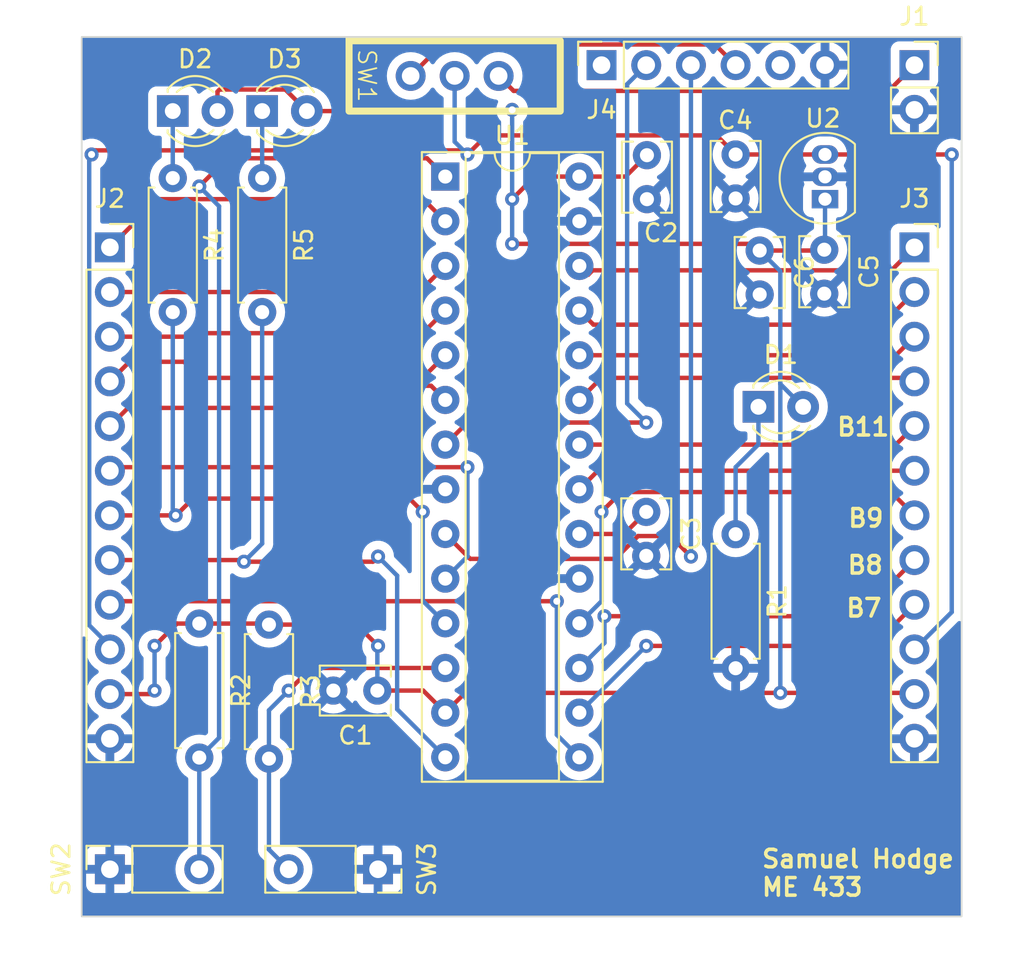
<source format=kicad_pcb>
(kicad_pcb (version 20221018) (generator pcbnew)
  (layers (0 "F.Cu" signal) (31 "B.Cu" signal) (34 "B.Paste" user) (35 "F.Paste" user) (36 "B.SilkS" user "B.Silkscreen") (37 "F.SilkS" user "F.Silkscreen") (38 "B.Mask" user) (39 "F.Mask" user) (44 "Edge.Cuts" user))
  (net 0 "")
  (net 1 "+3.3V")
  (net 2 "GND")
  (net 3 "Net-(U1-VCAP)")
  (net 4 "/VIN")
  (net 5 "Net-(D1-K)")
  (net 6 "Net-(D2-K)")
  (net 7 "Net-(D3-K)")
  (net 8 "Net-(J1-Pin_1)")
  (net 9 "/A0")
  (net 10 "/A1")
  (net 11 "/B0")
  (net 12 "/B1")
  (net 13 "/B2")
  (net 14 "/A3")
  (net 15 "/GREEN")
  (net 16 "/YELLOW")
  (net 17 "/B6")
  (net 18 "/B15")
  (net 19 "/B14")
  (net 20 "/B13")
  (net 21 "/B12")
  (net 22 "/B11")
  (net 23 "/B10")
  (net 24 "/B9")
  (net 25 "/B8")
  (net 26 "/B7")
  (net 28 "/U1TX")
  (net 29 "/U1RX")
  (net 30 "+5V")
  (net 32 "/MCLR")
  (net 33 "/USER")
  (footprint "Resistor_THT:R_Axial_DIN0207_L6.3mm_D2.5mm_P7.62mm_Horizontal" (layer "F.Cu") (at 105.174367 108.02064 -90)
    (fp_text reference "R4" (at 3.81 -2.37 90) (layer "F.SilkS"))
    (fp_text value "330")
    (fp_line (start 0.54 -1.37) (end 7.08 -1.37) (stroke (width 0.12)) (layer "F.SilkS"))
    (fp_line (start 0.54 -1.04) (end 0.54 -1.37) (stroke (width 0.12)) (layer "F.SilkS"))
    (fp_line (start 0.54 1.04) (end 0.54 1.37) (stroke (width 0.12)) (layer "F.SilkS"))
    (fp_line (start 0.54 1.37) (end 7.08 1.37) (stroke (width 0.12)) (layer "F.SilkS"))
    (fp_line (start 7.08 -1.37) (end 7.08 -1.04) (stroke (width 0.12)) (layer "F.SilkS"))
    (fp_line (start 7.08 1.37) (end 7.08 1.04) (stroke (width 0.12)) (layer "F.SilkS"))
    (pad "1" thru_hole circle (at 0 0 270) (size 1.6 1.6) (drill 0.8) (layers "*.Cu" "*.Mask") (net 6 "Net-(D2-K)"))
    (pad "2" thru_hole oval (at 7.62 0 270) (size 1.6 1.6) (drill 0.8) (layers "*.Cu" "*.Mask") (net 15 "/GREEN"))
  )
  (footprint "Capacitor_THT:C_Disc_D3.8mm_W2.6mm_P2.50mm" (layer "F.Cu") (at 137.16 106.68 -90)
    (fp_text reference "C4" (at -1.94498 0.021696 -180) (layer "F.SilkS"))
    (fp_text value "1 uF")
    (fp_line (start -0.77 -1.42) (end -0.77 -0.795) (stroke (width 0.12)) (layer "F.SilkS"))
    (fp_line (start -0.77 -1.42) (end 3.27 -1.42) (stroke (width 0.12)) (layer "F.SilkS"))
    (fp_line (start -0.77 0.795) (end -0.77 1.42) (stroke (width 0.12)) (layer "F.SilkS"))
    (fp_line (start -0.77 1.42) (end 3.27 1.42) (stroke (width 0.12)) (layer "F.SilkS"))
    (fp_line (start 3.27 -1.42) (end 3.27 -0.795) (stroke (width 0.12)) (layer "F.SilkS"))
    (fp_line (start 3.27 0.795) (end 3.27 1.42) (stroke (width 0.12)) (layer "F.SilkS"))
    (pad "1" thru_hole circle (at 0 0 270) (size 1.6 1.6) (drill 0.8) (layers "*.Cu" "*.Mask") (net 4 "/VIN"))
    (pad "2" thru_hole circle (at 2.5 0 270) (size 1.6 1.6) (drill 0.8) (layers "*.Cu" "*.Mask") (net 2 "GND"))
  )
  (footprint "Connector_PinSocket_2.54mm:PinSocket_1x02_P2.54mm_Vertical" (layer "F.Cu") (at 147.32 101.6)
    (fp_text reference "J1" (at 0 -2.77) (layer "F.SilkS"))
    (fp_text value "BATTERY")
    (fp_line (start -1.33 1.27) (end -1.33 3.87) (stroke (width 0.12)) (layer "F.SilkS"))
    (fp_line (start -1.33 1.27) (end 1.33 1.27) (stroke (width 0.12)) (layer "F.SilkS"))
    (fp_line (start -1.33 3.87) (end 1.33 3.87) (stroke (width 0.12)) (layer "F.SilkS"))
    (fp_line (start 0 -1.33) (end 1.33 -1.33) (stroke (width 0.12)) (layer "F.SilkS"))
    (fp_line (start 1.33 -1.33) (end 1.33 0) (stroke (width 0.12)) (layer "F.SilkS"))
    (fp_line (start 1.33 1.27) (end 1.33 3.87) (stroke (width 0.12)) (layer "F.SilkS"))
    (pad "1" thru_hole rect (at 0 0) (size 1.7 1.7) (drill 1) (layers "*.Cu" "*.Mask") (net 8 "Net-(J1-Pin_1)"))
    (pad "2" thru_hole oval (at 0 2.54) (size 1.7 1.7) (drill 1) (layers "*.Cu" "*.Mask") (net 2 "GND"))
  )
  (footprint "Package_TO_SOT_THT:TO-92L_Inline" (layer "F.Cu") (at 142.24 109.22 90)
    (fp_text reference "U2" (at 4.588908 -0.119622 180) (layer "F.SilkS"))
    (fp_text value "AP7384-33V")
    (fp_line (start -0.75 1.7) (end 3.1 1.7) (stroke (width 0.12)) (layer "F.SilkS"))
    (fp_arc (start -0.75 1.7) (mid 1.183448 -2.579449) (end 3.138611 1.690122) (stroke (width 0.12)) (layer "F.SilkS"))
    (pad "1" thru_hole rect (at 0 0 90) (size 1.05 1.5) (drill 0.75) (layers "*.Cu" "*.Mask") (net 1 "+3.3V"))
    (pad "2" thru_hole oval (at 1.27 0 90) (size 1.05 1.5) (drill 0.75) (layers "*.Cu" "*.Mask") (net 2 "GND"))
    (pad "3" thru_hole oval (at 2.54 0 90) (size 1.05 1.5) (drill 0.75) (layers "*.Cu" "*.Mask") (net 4 "/VIN"))
  )
  (footprint "LED_THT:LED_D3.0mm" (layer "F.Cu") (at 138.455683 121.026425)
    (fp_text reference "D1" (at 1.27 -2.96) (layer "F.SilkS"))
    (fp_text value "RED")
    (fp_line (start -0.29 -1.236) (end -0.29 -1.08) (stroke (width 0.12)) (layer "F.SilkS"))
    (fp_line (start -0.29 1.08) (end -0.29 1.236) (stroke (width 0.12)) (layer "F.SilkS"))
    (fp_arc (start -0.29 -1.235516) (mid 1.366487 -1.987659) (end 2.942335 -1.078608) (stroke (width 0.12)) (layer "F.SilkS"))
    (fp_arc (start 0.229039 -1.08) (mid 1.270117 -1.5) (end 2.31113 -1.079837) (stroke (width 0.12)) (layer "F.SilkS"))
    (fp_arc (start 2.31113 1.079837) (mid 1.270117 1.5) (end 0.229039 1.08) (stroke (width 0.12)) (layer "F.SilkS"))
    (fp_arc (start 2.942335 1.078608) (mid 1.366487 1.987659) (end -0.29 1.235516) (stroke (width 0.12)) (layer "F.SilkS"))
    (pad "1" thru_hole rect (at 0 0) (size 1.8 1.8) (drill 0.9) (layers "*.Cu" "*.Mask") (net 5 "Net-(D1-K)"))
    (pad "2" thru_hole circle (at 2.54 0) (size 1.8 1.8) (drill 0.9) (layers "*.Cu" "*.Mask") (net 1 "+3.3V"))
  )
  (footprint "Capacitor_THT:C_Disc_D3.8mm_W2.6mm_P2.50mm" (layer "F.Cu") (at 142.196489 112.093623 -90)
    (fp_text reference "C5" (at 1.25 -2.55 90) (layer "F.SilkS"))
    (fp_text value "1 uF")
    (fp_line (start -0.77 -1.42) (end -0.77 -0.795) (stroke (width 0.12)) (layer "F.SilkS"))
    (fp_line (start -0.77 -1.42) (end 3.27 -1.42) (stroke (width 0.12)) (layer "F.SilkS"))
    (fp_line (start -0.77 0.795) (end -0.77 1.42) (stroke (width 0.12)) (layer "F.SilkS"))
    (fp_line (start -0.77 1.42) (end 3.27 1.42) (stroke (width 0.12)) (layer "F.SilkS"))
    (fp_line (start 3.27 -1.42) (end 3.27 -0.795) (stroke (width 0.12)) (layer "F.SilkS"))
    (fp_line (start 3.27 0.795) (end 3.27 1.42) (stroke (width 0.12)) (layer "F.SilkS"))
    (pad "1" thru_hole circle (at 0 0 270) (size 1.6 1.6) (drill 0.8) (layers "*.Cu" "*.Mask") (net 1 "+3.3V"))
    (pad "2" thru_hole circle (at 2.5 0 270) (size 1.6 1.6) (drill 0.8) (layers "*.Cu" "*.Mask") (net 2 "GND"))
  )
  (footprint "Capacitor_THT:C_Disc_D3.8mm_W2.6mm_P2.50mm" (layer "F.Cu") (at 116.8 137.16 180)
    (fp_text reference "C1" (at 1.25 -2.55) (layer "F.SilkS"))
    (fp_text value "0.1 uF")
    (fp_line (start -0.77 -1.42) (end -0.77 -0.795) (stroke (width 0.12)) (layer "F.SilkS"))
    (fp_line (start -0.77 -1.42) (end 3.27 -1.42) (stroke (width 0.12)) (layer "F.SilkS"))
    (fp_line (start -0.77 0.795) (end -0.77 1.42) (stroke (width 0.12)) (layer "F.SilkS"))
    (fp_line (start -0.77 1.42) (end 3.27 1.42) (stroke (width 0.12)) (layer "F.SilkS"))
    (fp_line (start 3.27 -1.42) (end 3.27 -0.795) (stroke (width 0.12)) (layer "F.SilkS"))
    (fp_line (start 3.27 0.795) (end 3.27 1.42) (stroke (width 0.12)) (layer "F.SilkS"))
    (pad "1" thru_hole circle (at 0 0 180) (size 1.6 1.6) (drill 0.8) (layers "*.Cu" "*.Mask") (net 1 "+3.3V"))
    (pad "2" thru_hole circle (at 2.5 0 180) (size 1.6 1.6) (drill 0.8) (layers "*.Cu" "*.Mask") (net 2 "GND"))
  )
  (footprint "LED_THT:LED_D3.0mm" (layer "F.Cu") (at 110.254367 104.21064)
    (fp_text reference "D3" (at 1.27 -2.96) (layer "F.SilkS"))
    (fp_text value "YELLOW")
    (fp_line (start -0.29 -1.236) (end -0.29 -1.08) (stroke (width 0.12)) (layer "F.SilkS"))
    (fp_line (start -0.29 1.08) (end -0.29 1.236) (stroke (width 0.12)) (layer "F.SilkS"))
    (fp_arc (start -0.29 -1.235516) (mid 1.366487 -1.987659) (end 2.942335 -1.078608) (stroke (width 0.12)) (layer "F.SilkS"))
    (fp_arc (start 0.229039 -1.08) (mid 1.270117 -1.5) (end 2.31113 -1.079837) (stroke (width 0.12)) (layer "F.SilkS"))
    (fp_arc (start 2.31113 1.079837) (mid 1.270117 1.5) (end 0.229039 1.08) (stroke (width 0.12)) (layer "F.SilkS"))
    (fp_arc (start 2.942335 1.078608) (mid 1.366487 1.987659) (end -0.29 1.235516) (stroke (width 0.12)) (layer "F.SilkS"))
    (pad "1" thru_hole rect (at 0 0) (size 1.8 1.8) (drill 0.9) (layers "*.Cu" "*.Mask") (net 7 "Net-(D3-K)"))
    (pad "2" thru_hole circle (at 2.54 0) (size 1.8 1.8) (drill 0.9) (layers "*.Cu" "*.Mask") (net 1 "+3.3V"))
  )
  (footprint "Connector_PinSocket_2.54mm:PinSocket_1x12_P2.54mm_Vertical" (layer "F.Cu") (at 147.32 111.96)
    (fp_text reference "J3" (at 0 -2.77) (layer "F.SilkS"))
    (fp_text value "Conn_01x12_Pin")
    (fp_line (start -1.33 1.27) (end -1.33 29.27) (stroke (width 0.12)) (layer "F.SilkS"))
    (fp_line (start -1.33 1.27) (end 1.33 1.27) (stroke (width 0.12)) (layer "F.SilkS"))
    (fp_line (start -1.33 29.27) (end 1.33 29.27) (stroke (width 0.12)) (layer "F.SilkS"))
    (fp_line (start 0 -1.33) (end 1.33 -1.33) (stroke (width 0.12)) (layer "F.SilkS"))
    (fp_line (start 1.33 -1.33) (end 1.33 0) (stroke (width 0.12)) (layer "F.SilkS"))
    (fp_line (start 1.33 1.27) (end 1.33 29.27) (stroke (width 0.12)) (layer "F.SilkS"))
    (pad "1" thru_hole rect (at 0 0) (size 1.7 1.7) (drill 1) (layers "*.Cu" "*.Mask") (net 18 "/B15"))
    (pad "2" thru_hole oval (at 0 2.54) (size 1.7 1.7) (drill 1) (layers "*.Cu" "*.Mask") (net 19 "/B14"))
    (pad "3" thru_hole oval (at 0 5.08) (size 1.7 1.7) (drill 1) (layers "*.Cu" "*.Mask") (net 20 "/B13"))
    (pad "4" thru_hole oval (at 0 7.62) (size 1.7 1.7) (drill 1) (layers "*.Cu" "*.Mask") (net 21 "/B12"))
    (pad "5" thru_hole oval (at 0 10.16) (size 1.7 1.7) (drill 1) (layers "*.Cu" "*.Mask") (net 22 "/B11"))
    (pad "6" thru_hole oval (at 0 12.7) (size 1.7 1.7) (drill 1) (layers "*.Cu" "*.Mask") (net 23 "/B10"))
    (pad "7" thru_hole oval (at 0 15.24) (size 1.7 1.7) (drill 1) (layers "*.Cu" "*.Mask") (net 24 "/B9"))
    (pad "8" thru_hole oval (at 0 17.78) (size 1.7 1.7) (drill 1) (layers "*.Cu" "*.Mask") (net 25 "/B8"))
    (pad "9" thru_hole oval (at 0 20.32) (size 1.7 1.7) (drill 1) (layers "*.Cu" "*.Mask") (net 26 "/B7"))
    (pad "10" thru_hole oval (at 0 22.86) (size 1.7 1.7) (drill 1) (layers "*.Cu" "*.Mask") (net 4 "/VIN"))
    (pad "11" thru_hole oval (at 0 25.4) (size 1.7 1.7) (drill 1) (layers "*.Cu" "*.Mask") (net 1 "+3.3V"))
    (pad "12" thru_hole oval (at 0 27.94) (size 1.7 1.7) (drill 1) (layers "*.Cu" "*.Mask") (net 2 "GND"))
  )
  (footprint "Capacitor_THT:C_Disc_D3.8mm_W2.6mm_P2.50mm" (layer "F.Cu") (at 132.08 127 -90)
    (fp_text reference "C3" (at 1.25 -2.55 90) (layer "F.SilkS"))
    (fp_text value "1 uF")
    (fp_line (start -0.77 -1.42) (end -0.77 -0.795) (stroke (width 0.12)) (layer "F.SilkS"))
    (fp_line (start -0.77 -1.42) (end 3.27 -1.42) (stroke (width 0.12)) (layer "F.SilkS"))
    (fp_line (start -0.77 0.795) (end -0.77 1.42) (stroke (width 0.12)) (layer "F.SilkS"))
    (fp_line (start -0.77 1.42) (end 3.27 1.42) (stroke (width 0.12)) (layer "F.SilkS"))
    (fp_line (start 3.27 -1.42) (end 3.27 -0.795) (stroke (width 0.12)) (layer "F.SilkS"))
    (fp_line (start 3.27 0.795) (end 3.27 1.42) (stroke (width 0.12)) (layer "F.SilkS"))
    (pad "1" thru_hole circle (at 0 0 270) (size 1.6 1.6) (drill 0.8) (layers "*.Cu" "*.Mask") (net 3 "Net-(U1-VCAP)"))
    (pad "2" thru_hole circle (at 2.5 0 270) (size 1.6 1.6) (drill 0.8) (layers "*.Cu" "*.Mask") (net 2 "GND"))
  )
  (footprint "Resistor_THT:R_Axial_DIN0207_L6.3mm_D2.5mm_P7.62mm_Horizontal" (layer "F.Cu") (at 110.254367 108.02064 -90)
    (fp_text reference "R5" (at 3.81 -2.37 90) (layer "F.SilkS"))
    (fp_text value "330")
    (fp_line (start 0.54 -1.37) (end 7.08 -1.37) (stroke (width 0.12)) (layer "F.SilkS"))
    (fp_line (start 0.54 -1.04) (end 0.54 -1.37) (stroke (width 0.12)) (layer "F.SilkS"))
    (fp_line (start 0.54 1.04) (end 0.54 1.37) (stroke (width 0.12)) (layer "F.SilkS"))
    (fp_line (start 0.54 1.37) (end 7.08 1.37) (stroke (width 0.12)) (layer "F.SilkS"))
    (fp_line (start 7.08 -1.37) (end 7.08 -1.04) (stroke (width 0.12)) (layer "F.SilkS"))
    (fp_line (start 7.08 1.37) (end 7.08 1.04) (stroke (width 0.12)) (layer "F.SilkS"))
    (pad "1" thru_hole circle (at 0 0 270) (size 1.6 1.6) (drill 0.8) (layers "*.Cu" "*.Mask") (net 7 "Net-(D3-K)"))
    (pad "2" thru_hole oval (at 7.62 0 270) (size 1.6 1.6) (drill 0.8) (layers "*.Cu" "*.Mask") (net 16 "/YELLOW"))
  )
  (footprint "Resistor_THT:R_Axial_DIN0207_L6.3mm_D2.5mm_P7.62mm_Horizontal" (layer "F.Cu") (at 106.68 133.35 -90)
    (fp_text reference "R2" (at 3.81 -2.37 90) (layer "F.SilkS"))
    (fp_text value "10k")
    (fp_line (start 0.54 -1.37) (end 7.08 -1.37) (stroke (width 0.12)) (layer "F.SilkS"))
    (fp_line (start 0.54 -1.04) (end 0.54 -1.37) (stroke (width 0.12)) (layer "F.SilkS"))
    (fp_line (start 0.54 1.04) (end 0.54 1.37) (stroke (width 0.12)) (layer "F.SilkS"))
    (fp_line (start 0.54 1.37) (end 7.08 1.37) (stroke (width 0.12)) (layer "F.SilkS"))
    (fp_line (start 7.08 -1.37) (end 7.08 -1.04) (stroke (width 0.12)) (layer "F.SilkS"))
    (fp_line (start 7.08 1.37) (end 7.08 1.04) (stroke (width 0.12)) (layer "F.SilkS"))
    (pad "1" thru_hole circle (at 0 0 270) (size 1.6 1.6) (drill 0.8) (layers "*.Cu" "*.Mask") (net 1 "+3.3V"))
    (pad "2" thru_hole oval (at 7.62 0 270) (size 1.6 1.6) (drill 0.8) (layers "*.Cu" "*.Mask") (net 32 "/MCLR"))
  )
  (footprint "pic32board:push_button" (layer "F.Cu") (at 101.6 147.32 90)
    (fp_text reference "SW2" (at 0 -2.77 90) (layer "F.SilkS"))
    (fp_text value "MCLR")
    (fp_line (start -1.33 1.27) (end -1.33 6.41) (stroke (width 0.12)) (layer "F.SilkS"))
    (fp_line (start -1.33 1.27) (end 1.33 1.27) (stroke (width 0.12)) (layer "F.SilkS"))
    (fp_line (start -1.33 6.41) (end 1.33 6.41) (stroke (width 0.12)) (layer "F.SilkS"))
    (fp_line (start 0 -1.33) (end 1.33 -1.33) (stroke (width 0.12)) (layer "F.SilkS"))
    (fp_line (start 1.33 -1.33) (end 1.33 0) (stroke (width 0.12)) (layer "F.SilkS"))
    (fp_line (start 1.33 1.27) (end 1.33 6.41) (stroke (width 0.12)) (layer "F.SilkS"))
    (pad "1" thru_hole rect (at 0 0 90) (size 1.7 1.7) (drill 1) (layers "*.Cu" "*.Mask") (net 2 "GND"))
    (pad "2" thru_hole oval (at 0 5.08 90) (size 1.7 1.7) (drill 1) (layers "*.Cu" "*.Mask") (net 32 "/MCLR"))
  )
  (footprint "LED_THT:LED_D3.0mm" (layer "F.Cu") (at 105.174367 104.21064)
    (fp_text reference "D2" (at 1.27 -2.96) (layer "F.SilkS"))
    (fp_text value "GREEN")
    (fp_line (start -0.29 -1.236) (end -0.29 -1.08) (stroke (width 0.12)) (layer "F.SilkS"))
    (fp_line (start -0.29 1.08) (end -0.29 1.236) (stroke (width 0.12)) (layer "F.SilkS"))
    (fp_arc (start -0.29 -1.235516) (mid 1.366487 -1.987659) (end 2.942335 -1.078608) (stroke (width 0.12)) (layer "F.SilkS"))
    (fp_arc (start 0.229039 -1.08) (mid 1.270117 -1.5) (end 2.31113 -1.079837) (stroke (width 0.12)) (layer "F.SilkS"))
    (fp_arc (start 2.31113 1.079837) (mid 1.270117 1.5) (end 0.229039 1.08) (stroke (width 0.12)) (layer "F.SilkS"))
    (fp_arc (start 2.942335 1.078608) (mid 1.366487 1.987659) (end -0.29 1.235516) (stroke (width 0.12)) (layer "F.SilkS"))
    (pad "1" thru_hole rect (at 0 0) (size 1.8 1.8) (drill 0.9) (layers "*.Cu" "*.Mask") (net 6 "Net-(D2-K)"))
    (pad "2" thru_hole circle (at 2.54 0) (size 1.8 1.8) (drill 0.9) (layers "*.Cu" "*.Mask") (net 1 "+3.3V"))
  )
  (footprint "Capacitor_THT:C_Disc_D3.8mm_W2.6mm_P2.50mm" (layer "F.Cu") (at 132.12 106.72 -90)
    (fp_text reference "C2" (at 4.423955 -0.801366 -180) (layer "F.SilkS"))
    (fp_text value "0.1 uF")
    (fp_line (start -0.77 -1.42) (end -0.77 -0.795) (stroke (width 0.12)) (layer "F.SilkS"))
    (fp_line (start -0.77 -1.42) (end 3.27 -1.42) (stroke (width 0.12)) (layer "F.SilkS"))
    (fp_line (start -0.77 0.795) (end -0.77 1.42) (stroke (width 0.12)) (layer "F.SilkS"))
    (fp_line (start -0.77 1.42) (end 3.27 1.42) (stroke (width 0.12)) (layer "F.SilkS"))
    (fp_line (start 3.27 -1.42) (end 3.27 -0.795) (stroke (width 0.12)) (layer "F.SilkS"))
    (fp_line (start 3.27 0.795) (end 3.27 1.42) (stroke (width 0.12)) (layer "F.SilkS"))
    (pad "1" thru_hole circle (at 0 0 270) (size 1.6 1.6) (drill 0.8) (layers "*.Cu" "*.Mask") (net 1 "+3.3V"))
    (pad "2" thru_hole circle (at 2.5 0 270) (size 1.6 1.6) (drill 0.8) (layers "*.Cu" "*.Mask") (net 2 "GND"))
  )
  (footprint "pic32board:push_button" (layer "F.Cu") (at 116.84 147.32 -90)
    (fp_text reference "SW3" (at 0 -2.77 90) (layer "F.SilkS"))
    (fp_text value "USER")
    (fp_line (start -1.33 1.27) (end -1.33 6.41) (stroke (width 0.12)) (layer "F.SilkS"))
    (fp_line (start -1.33 1.27) (end 1.33 1.27) (stroke (width 0.12)) (layer "F.SilkS"))
    (fp_line (start -1.33 6.41) (end 1.33 6.41) (stroke (width 0.12)) (layer "F.SilkS"))
    (fp_line (start 0 -1.33) (end 1.33 -1.33) (stroke (width 0.12)) (layer "F.SilkS"))
    (fp_line (start 1.33 -1.33) (end 1.33 0) (stroke (width 0.12)) (layer "F.SilkS"))
    (fp_line (start 1.33 1.27) (end 1.33 6.41) (stroke (width 0.12)) (layer "F.SilkS"))
    (pad "1" thru_hole rect (at 0 0 270) (size 1.7 1.7) (drill 1) (layers "*.Cu" "*.Mask") (net 2 "GND"))
    (pad "2" thru_hole oval (at 0 5.08 270) (size 1.7 1.7) (drill 1) (layers "*.Cu" "*.Mask") (net 33 "/USER"))
  )
  (footprint "Connector_PinSocket_2.54mm:PinSocket_1x06_P2.54mm_Vertical" (layer "F.Cu") (at 129.54 101.6 90)
    (fp_text reference "J4" (at -2.54 0) (layer "F.SilkS"))
    (fp_text value "Conn_01x06_Pin")
    (fp_line (start -1.33 1.27) (end -1.33 14.03) (stroke (width 0.12)) (layer "F.SilkS"))
    (fp_line (start -1.33 1.27) (end 1.33 1.27) (stroke (width 0.12)) (layer "F.SilkS"))
    (fp_line (start -1.33 14.03) (end 1.33 14.03) (stroke (width 0.12)) (layer "F.SilkS"))
    (fp_line (start 0 -1.33) (end 1.33 -1.33) (stroke (width 0.12)) (layer "F.SilkS"))
    (fp_line (start 1.33 -1.33) (end 1.33 0) (stroke (width 0.12)) (layer "F.SilkS"))
    (fp_line (start 1.33 1.27) (end 1.33 14.03) (stroke (width 0.12)) (layer "F.SilkS"))
    (pad "1" thru_hole rect (at 0 0 90) (size 1.7 1.7) (drill 1) (layers "*.Cu" "*.Mask"))
    (pad "2" thru_hole oval (at 0 2.54 90) (size 1.7 1.7) (drill 1) (layers "*.Cu" "*.Mask") (net 28 "/U1TX"))
    (pad "3" thru_hole oval (at 0 5.08 90) (size 1.7 1.7) (drill 1) (layers "*.Cu" "*.Mask") (net 29 "/U1RX"))
    (pad "4" thru_hole oval (at 0 7.62 90) (size 1.7 1.7) (drill 1) (layers "*.Cu" "*.Mask") (net 30 "+5V"))
    (pad "5" thru_hole oval (at 0 10.16 90) (size 1.7 1.7) (drill 1) (layers "*.Cu" "*.Mask"))
    (pad "6" thru_hole oval (at 0 12.7 90) (size 1.7 1.7) (drill 1) (layers "*.Cu" "*.Mask") (net 2 "GND"))
  )
  (footprint "Resistor_THT:R_Axial_DIN0207_L6.3mm_D2.5mm_P7.62mm_Horizontal" (layer "F.Cu") (at 110.640135 133.409684 -90)
    (fp_text reference "R3" (at 3.81 -2.37 90) (layer "F.SilkS"))
    (fp_text value "10k")
    (fp_line (start 0.54 -1.37) (end 7.08 -1.37) (stroke (width 0.12)) (layer "F.SilkS"))
    (fp_line (start 0.54 -1.04) (end 0.54 -1.37) (stroke (width 0.12)) (layer "F.SilkS"))
    (fp_line (start 0.54 1.04) (end 0.54 1.37) (stroke (width 0.12)) (layer "F.SilkS"))
    (fp_line (start 0.54 1.37) (end 7.08 1.37) (stroke (width 0.12)) (layer "F.SilkS"))
    (fp_line (start 7.08 -1.37) (end 7.08 -1.04) (stroke (width 0.12)) (layer "F.SilkS"))
    (fp_line (start 7.08 1.37) (end 7.08 1.04) (stroke (width 0.12)) (layer "F.SilkS"))
    (pad "1" thru_hole circle (at 0 0 270) (size 1.6 1.6) (drill 0.8) (layers "*.Cu" "*.Mask") (net 1 "+3.3V"))
    (pad "2" thru_hole oval (at 7.62 0 270) (size 1.6 1.6) (drill 0.8) (layers "*.Cu" "*.Mask") (net 33 "/USER"))
  )
  (footprint "Package_DIP:DIP-28_W7.62mm_Socket" (layer "F.Cu") (at 120.66 107.935)
    (fp_text reference "U1" (at 3.81 -2.33) (layer "F.SilkS"))
    (fp_text value "PIC32MX170F256B")
    (fp_line (start -1.33 -1.39) (end -1.33 34.41) (stroke (width 0.12)) (layer "F.SilkS"))
    (fp_line (start -1.33 34.41) (end 8.95 34.41) (stroke (width 0.12)) (layer "F.SilkS"))
    (fp_line (start 1.16 -1.33) (end 1.16 34.35) (stroke (width 0.12)) (layer "F.SilkS"))
    (fp_line (start 1.16 34.35) (end 6.46 34.35) (stroke (width 0.12)) (layer "F.SilkS"))
    (fp_line (start 2.81 -1.33) (end 1.16 -1.33) (stroke (width 0.12)) (layer "F.SilkS"))
    (fp_line (start 6.46 -1.33) (end 4.81 -1.33) (stroke (width 0.12)) (layer "F.SilkS"))
    (fp_line (start 6.46 34.35) (end 6.46 -1.33) (stroke (width 0.12)) (layer "F.SilkS"))
    (fp_line (start 8.95 -1.39) (end -1.33 -1.39) (stroke (width 0.12)) (layer "F.SilkS"))
    (fp_line (start 8.95 34.41) (end 8.95 -1.39) (stroke (width 0.12)) (layer "F.SilkS"))
    (fp_arc (start 4.81 -1.33) (mid 3.81 -0.33) (end 2.81 -1.33) (stroke (width 0.12)) (layer "F.SilkS"))
    (pad "1" thru_hole rect (at 0 0) (size 1.6 1.6) (drill 0.8) (layers "*.Cu" "*.Mask") (net 32 "/MCLR"))
    (pad "2" thru_hole oval (at 0 2.54) (size 1.6 1.6) (drill 0.8) (layers "*.Cu" "*.Mask") (net 9 "/A0"))
    (pad "3" thru_hole oval (at 0 5.08) (size 1.6 1.6) (drill 0.8) (layers "*.Cu" "*.Mask") (net 10 "/A1"))
    (pad "4" thru_hole oval (at 0 7.62) (size 1.6 1.6) (drill 0.8) (layers "*.Cu" "*.Mask") (net 11 "/B0"))
    (pad "5" thru_hole oval (at 0 10.16) (size 1.6 1.6) (drill 0.8) (layers "*.Cu" "*.Mask") (net 12 "/B1"))
    (pad "6" thru_hole oval (at 0 12.7) (size 1.6 1.6) (drill 0.8) (layers "*.Cu" "*.Mask") (net 13 "/B2"))
    (pad "7" thru_hole oval (at 0 15.24) (size 1.6 1.6) (drill 0.8) (layers "*.Cu" "*.Mask") (net 28 "/U1TX"))
    (pad "8" thru_hole oval (at 0 17.78) (size 1.6 1.6) (drill 0.8) (layers "*.Cu" "*.Mask") (net 2 "GND"))
    (pad "9" thru_hole oval (at 0 20.32) (size 1.6 1.6) (drill 0.8) (layers "*.Cu" "*.Mask") (net 29 "/U1RX"))
    (pad "10" thru_hole oval (at 0 22.86) (size 1.6 1.6) (drill 0.8) (layers "*.Cu" "*.Mask") (net 14 "/A3"))
    (pad "11" thru_hole oval (at 0 25.4) (size 1.6 1.6) (drill 0.8) (layers "*.Cu" "*.Mask") (net 15 "/GREEN"))
    (pad "12" thru_hole oval (at 0 27.94) (size 1.6 1.6) (drill 0.8) (layers "*.Cu" "*.Mask") (net 33 "/USER"))
    (pad "13" thru_hole oval (at 0 30.48) (size 1.6 1.6) (drill 0.8) (layers "*.Cu" "*.Mask") (net 1 "+3.3V"))
    (pad "14" thru_hole oval (at 0 33.02) (size 1.6 1.6) (drill 0.8) (layers "*.Cu" "*.Mask") (net 16 "/YELLOW"))
    (pad "15" thru_hole oval (at 7.62 33.02) (size 1.6 1.6) (drill 0.8) (layers "*.Cu" "*.Mask") (net 17 "/B6"))
    (pad "16" thru_hole oval (at 7.62 30.48) (size 1.6 1.6) (drill 0.8) (layers "*.Cu" "*.Mask") (net 26 "/B7"))
    (pad "17" thru_hole oval (at 7.62 27.94) (size 1.6 1.6) (drill 0.8) (layers "*.Cu" "*.Mask") (net 25 "/B8"))
    (pad "18" thru_hole oval (at 7.62 25.4) (size 1.6 1.6) (drill 0.8) (layers "*.Cu" "*.Mask") (net 24 "/B9"))
    (pad "19" thru_hole oval (at 7.62 22.86) (size 1.6 1.6) (drill 0.8) (layers "*.Cu" "*.Mask") (net 2 "GND"))
    (pad "20" thru_hole oval (at 7.62 20.32) (size 1.6 1.6) (drill 0.8) (layers "*.Cu" "*.Mask") (net 3 "Net-(U1-VCAP)"))
    (pad "21" thru_hole oval (at 7.62 17.78) (size 1.6 1.6) (drill 0.8) (layers "*.Cu" "*.Mask") (net 23 "/B10"))
    (pad "22" thru_hole oval (at 7.62 15.24) (size 1.6 1.6) (drill 0.8) (layers "*.Cu" "*.Mask") (net 22 "/B11"))
    (pad "23" thru_hole oval (at 7.62 12.7) (size 1.6 1.6) (drill 0.8) (layers "*.Cu" "*.Mask") (net 21 "/B12"))
    (pad "24" thru_hole oval (at 7.62 10.16) (size 1.6 1.6) (drill 0.8) (layers "*.Cu" "*.Mask") (net 20 "/B13"))
    (pad "25" thru_hole oval (at 7.62 7.62) (size 1.6 1.6) (drill 0.8) (layers "*.Cu" "*.Mask") (net 19 "/B14"))
    (pad "26" thru_hole oval (at 7.62 5.08) (size 1.6 1.6) (drill 0.8) (layers "*.Cu" "*.Mask") (net 18 "/B15"))
    (pad "27" thru_hole oval (at 7.62 2.54) (size 1.6 1.6) (drill 0.8) (layers "*.Cu" "*.Mask") (net 2 "GND"))
    (pad "28" thru_hole oval (at 7.62 0) (size 1.6 1.6) (drill 0.8) (layers "*.Cu" "*.Mask") (net 1 "+3.3V"))
  )
  (footprint "Capacitor_THT:C_Disc_D3.8mm_W2.6mm_P2.50mm" (layer "F.Cu") (at 138.526626 112.141284 -90)
    (fp_text reference "C6" (at 1.25 -2.55 90) (layer "F.SilkS"))
    (fp_text value "1 uF")
    (fp_line (start -0.77 -1.42) (end -0.77 -0.795) (stroke (width 0.12)) (layer "F.SilkS"))
    (fp_line (start -0.77 -1.42) (end 3.27 -1.42) (stroke (width 0.12)) (layer "F.SilkS"))
    (fp_line (start -0.77 0.795) (end -0.77 1.42) (stroke (width 0.12)) (layer "F.SilkS"))
    (fp_line (start -0.77 1.42) (end 3.27 1.42) (stroke (width 0.12)) (layer "F.SilkS"))
    (fp_line (start 3.27 -1.42) (end 3.27 -0.795) (stroke (width 0.12)) (layer "F.SilkS"))
    (fp_line (start 3.27 0.795) (end 3.27 1.42) (stroke (width 0.12)) (layer "F.SilkS"))
    (pad "1" thru_hole circle (at 0 0 270) (size 1.6 1.6) (drill 0.8) (layers "*.Cu" "*.Mask") (net 1 "+3.3V"))
    (pad "2" thru_hole circle (at 2.5 0 270) (size 1.6 1.6) (drill 0.8) (layers "*.Cu" "*.Mask") (net 2 "GND"))
  )
  (footprint "slidefootprint:slideswitch" (layer "F.Cu") (at 121.192852 102.213822)
    (fp_text reference "SW1" (at -4.989116 -0.015445 -90 unlocked) (layer "F.SilkS") (effects (font (thickness 0.1))))
    (fp_text value "SW_DPDT_x2")
    (fp_rect (start -6 -2) (end 6 2) (stroke (width 0.4)) (fill none) (layer "F.SilkS"))
    (pad "1" thru_hole circle (at -2.5 0) (size 1.7 1.7) (drill 1) (layers "*.Cu" "*.Mask") (net 30 "+5V"))
    (pad "2" thru_hole circle (at 0 0) (size 1.7 1.7) (drill 1) (layers "*.Cu" "*.Mask") (net 4 "/VIN"))
    (pad "3" thru_hole circle (at 2.5 0) (size 1.7 1.7) (drill 1) (layers "*.Cu" "*.Mask") (net 8 "Net-(J1-Pin_1)"))
  )
  (footprint "Resistor_THT:R_Axial_DIN0207_L6.3mm_D2.5mm_P7.62mm_Horizontal" (layer "F.Cu") (at 137.16 128.27 -90)
    (fp_text reference "R1" (at 3.81 -2.37 90) (layer "F.SilkS"))
    (fp_text value "330")
    (fp_line (start 0.54 -1.37) (end 7.08 -1.37) (stroke (width 0.12)) (layer "F.SilkS"))
    (fp_line (start 0.54 -1.04) (end 0.54 -1.37) (stroke (width 0.12)) (layer "F.SilkS"))
    (fp_line (start 0.54 1.04) (end 0.54 1.37) (stroke (width 0.12)) (layer "F.SilkS"))
    (fp_line (start 0.54 1.37) (end 7.08 1.37) (stroke (width 0.12)) (layer "F.SilkS"))
    (fp_line (start 7.08 -1.37) (end 7.08 -1.04) (stroke (width 0.12)) (layer "F.SilkS"))
    (fp_line (start 7.08 1.37) (end 7.08 1.04) (stroke (width 0.12)) (layer "F.SilkS"))
    (pad "1" thru_hole circle (at 0 0 270) (size 1.6 1.6) (drill 0.8) (layers "*.Cu" "*.Mask") (net 5 "Net-(D1-K)"))
    (pad "2" thru_hole oval (at 7.62 0 270) (size 1.6 1.6) (drill 0.8) (layers "*.Cu" "*.Mask") (net 2 "GND"))
  )
  (footprint "Connector_PinSocket_2.54mm:PinSocket_1x12_P2.54mm_Vertical" (layer "F.Cu") (at 101.6 111.96)
    (fp_text reference "J2" (at 0 -2.77) (layer "F.SilkS"))
    (fp_text value "Conn_01x12_Pin")
    (fp_line (start -1.33 1.27) (end -1.33 29.27) (stroke (width 0.12)) (layer "F.SilkS"))
    (fp_line (start -1.33 1.27) (end 1.33 1.27) (stroke (width 0.12)) (layer "F.SilkS"))
    (fp_line (start -1.33 29.27) (end 1.33 29.27) (stroke (width 0.12)) (layer "F.SilkS"))
    (fp_line (start 0 -1.33) (end 1.33 -1.33) (stroke (width 0.12)) (layer "F.SilkS"))
    (fp_line (start 1.33 -1.33) (end 1.33 0) (stroke (width 0.12)) (layer "F.SilkS"))
    (fp_line (start 1.33 1.27) (end 1.33 29.27) (stroke (width 0.12)) (layer "F.SilkS"))
    (pad "1" thru_hole rect (at 0 0) (size 1.7 1.7) (drill 1) (layers "*.Cu" "*.Mask") (net 9 "/A0"))
    (pad "2" thru_hole oval (at 0 2.54) (size 1.7 1.7) (drill 1) (layers "*.Cu" "*.Mask") (net 10 "/A1"))
    (pad "3" thru_hole oval (at 0 5.08) (size 1.7 1.7) (drill 1) (layers "*.Cu" "*.Mask") (net 11 "/B0"))
    (pad "4" thru_hole oval (at 0 7.62) (size 1.7 1.7) (drill 1) (layers "*.Cu" "*.Mask") (net 12 "/B1"))
    (pad "5" thru_hole oval (at 0 10.16) (size 1.7 1.7) (drill 1) (layers "*.Cu" "*.Mask") (net 13 "/B2"))
    (pad "6" thru_hole oval (at 0 12.7) (size 1.7 1.7) (drill 1) (layers "*.Cu" "*.Mask") (net 14 "/A3"))
    (pad "7" thru_hole oval (at 0 15.24) (size 1.7 1.7) (drill 1) (layers "*.Cu" "*.Mask") (net 15 "/GREEN"))
    (pad "8" thru_hole oval (at 0 17.78) (size 1.7 1.7) (drill 1) (layers "*.Cu" "*.Mask") (net 16 "/YELLOW"))
    (pad "9" thru_hole oval (at 0 20.32) (size 1.7 1.7) (drill 1) (layers "*.Cu" "*.Mask") (net 17 "/B6"))
    (pad "10" thru_hole oval (at 0 22.86) (size 1.7 1.7) (drill 1) (layers "*.Cu" "*.Mask") (net 4 "/VIN"))
    (pad "11" thru_hole oval (at 0 25.4) (size 1.7 1.7) (drill 1) (layers "*.Cu" "*.Mask") (net 1 "+3.3V"))
    (pad "12" thru_hole oval (at 0 27.94) (size 1.7 1.7) (drill 1) (layers "*.Cu" "*.Mask") (net 2 "GND"))
  )
  (gr_rect (start 100 100) (end 150 150) (stroke (width 0.1)) (fill none) (layer "Edge.Cuts"))
  (gr_text "B9" (at 143.455907 127.943591) (layer "F.SilkS") (effects (font (size 1 1) (thickness 0.2) bold) (justify left bottom)))
  (gr_text "Samuel Hodge\nME 433" (at 138.551172 148.923924) (layer "F.SilkS") (effects (font (size 1 1) (thickness 0.2) bold) (justify left bottom)))
  (gr_text "B8" (at 143.418609 130.610425) (layer "F.SilkS") (effects (font (size 1 1) (thickness 0.2) bold) (justify left bottom)))
  (gr_text "B7" (at 143.344012 133.053468) (layer "F.SilkS") (effects (font (size 1 1) (thickness 0.2) bold) (justify left bottom)))
  (gr_text "B11" (at 142.821835 122.759118) (layer "F.SilkS") (effects (font (size 1 1) (thickness 0.2) bold) (justify left bottom)))
  (segment (start 115.629684 133.409684) (end 116.84 134.62) (width 0.25) (layer "F.Cu") (net 1))
  (segment (start 110.640135 133.409684) (end 115.629684 133.409684) (width 0.25) (layer "F.Cu") (net 1))
  (segment (start 106.68 133.35) (end 110.580451 133.35) (width 0.25) (layer "F.Cu") (net 1))
  (segment (start 107.714367 103.105633) (end 107.83436 102.98564) (width 0.25) (layer "F.Cu") (net 1))
  (segment (start 142.196489 109.263511) (end 142.24 109.22) (width 0.25) (layer "F.Cu") (net 1))
  (segment (start 142.148828 112.141284) (end 142.196489 112.093623) (width 0.25) (layer "F.Cu") (net 1))
  (segment (start 138.145342 111.76) (end 124.46 111.76) (width 0.25) (layer "F.Cu") (net 1))
  (segment (start 121.785 137.29) (end 120.66 138.415) (width 0.25) (layer "F.Cu") (net 1))
  (segment (start 101.6 137.36) (end 103.94 137.36) (width 0.25) (layer "F.Cu") (net 1))
  (segment (start 105.41 133.35) (end 106.68 133.35) (width 0.25) (layer "F.Cu") (net 1))
  (segment (start 103.94 137.36) (end 104.14 137.16) (width 0.25) (layer "F.Cu") (net 1))
  (segment (start 124.38936 104.21064) (end 124.46 104.14) (width 0.25) (layer "F.Cu") (net 1))
  (segment (start 111.569367 102.98564) (end 112.794367 104.21064) (width 0.25) (layer "F.Cu") (net 1))
  (segment (start 107.83436 102.98564) (end 111.569367 102.98564) (width 0.25) (layer "F.Cu") (net 1))
  (segment (start 128.28 107.935) (end 130.905 107.935) (width 0.25) (layer "F.Cu") (net 1))
  (segment (start 110.580451 133.35) (end 110.640135 133.409684) (width 0.25) (layer "F.Cu") (net 1))
  (segment (start 138.526626 112.141284) (end 142.148828 112.141284) (width 0.25) (layer "F.Cu") (net 1))
  (segment (start 125.745 107.935) (end 128.28 107.935) (width 0.25) (layer "F.Cu") (net 1))
  (segment (start 147.32 137.36) (end 147.25 137.29) (width 0.25) (layer "F.Cu") (net 1))
  (segment (start 139.7 137.29) (end 121.785 137.29) (width 0.25) (layer "F.Cu") (net 1))
  (segment (start 107.714367 104.21064) (end 107.714367 103.105633) (width 0.25) (layer "F.Cu") (net 1))
  (segment (start 138.526626 112.141284) (end 138.145342 111.76) (width 0.25) (layer "F.Cu") (net 1))
  (segment (start 147.25 137.29) (end 139.7 137.29) (width 0.25) (layer "F.Cu") (net 1))
  (segment (start 130.905 107.935) (end 132.12 106.72) (width 0.25) (layer "F.Cu") (net 1))
  (segment (start 106.739684 133.409684) (end 106.68 133.35) (width 0.25) (layer "F.Cu") (net 1))
  (segment (start 124.46 109.22) (end 125.745 107.935) (width 0.25) (layer "F.Cu") (net 1))
  (segment (start 119.405 137.16) (end 120.66 138.415) (width 0.25) (layer "F.Cu") (net 1))
  (segment (start 112.794367 104.21064) (end 124.38936 104.21064) (width 0.25) (layer "F.Cu") (net 1))
  (segment (start 116.8 137.16) (end 119.405 137.16) (width 0.25) (layer "F.Cu") (net 1))
  (segment (start 104.14 134.62) (end 105.41 133.35) (width 0.25) (layer "F.Cu") (net 1))
  (via (at 139.7 137.29) (size 0.8) (drill 0.4) (layers "F.Cu" "B.Cu") (net 1))
  (via (at 104.14 134.62) (size 0.8) (drill 0.4) (layers "F.Cu" "B.Cu") (net 1))
  (via (at 116.84 134.62) (size 0.8) (drill 0.4) (layers "F.Cu" "B.Cu") (net 1))
  (via (at 124.46 109.22) (size 0.8) (drill 0.4) (layers "F.Cu" "B.Cu") (net 1))
  (via (at 124.46 104.14) (size 0.8) (drill 0.4) (layers "F.Cu" "B.Cu") (net 1))
  (via (at 124.46 111.76) (size 0.8) (drill 0.4) (layers "F.Cu" "B.Cu") (net 1))
  (via (at 104.14 137.16) (size 0.8) (drill 0.4) (layers "F.Cu" "B.Cu") (net 1))
  (segment (start 116.84 134.62) (end 116.8 134.66) (width 0.25) (layer "B.Cu") (net 1))
  (segment (start 139.7 119.38) (end 139.7 119.730742) (width 0.25) (layer "B.Cu") (net 1))
  (segment (start 139.7 113.314658) (end 139.7 119.38) (width 0.25) (layer "B.Cu") (net 1))
  (segment (start 142.24 112.050112) (end 142.196489 112.093623) (width 0.25) (layer "B.Cu") (net 1))
  (segment (start 139.7 119.730742) (end 140.995683 121.026425) (width 0.25) (layer "B.Cu") (net 1))
  (segment (start 124.46 111.76) (end 124.46 109.22) (width 0.25) (layer "B.Cu") (net 1))
  (segment (start 138.526626 112.141284) (end 139.7 113.314658) (width 0.25) (layer "B.Cu") (net 1))
  (segment (start 104.14 137.16) (end 104.14 134.62) (width 0.25) (layer "B.Cu") (net 1))
  (segment (start 116.8 134.66) (end 116.8 137.16) (width 0.25) (layer "B.Cu") (net 1))
  (segment (start 142.24 109.22) (end 142.24 112.050112) (width 0.25) (layer "B.Cu") (net 1))
  (segment (start 124.46 104.14) (end 124.46 109.22) (width 0.25) (layer "B.Cu") (net 1))
  (segment (start 139.7 119.38) (end 139.7 137.29) (width 0.25) (layer "B.Cu") (net 1))
  (segment (start 128.28 128.255) (end 130.825 128.255) (width 0.25) (layer "F.Cu") (net 3))
  (segment (start 130.825 128.255) (end 132.08 127) (width 0.25) (layer "F.Cu") (net 3))
  (segment (start 121.68564 106.44564) (end 100.79386 106.44564) (width 0.25) (layer "F.Cu") (net 4))
  (segment (start 142.24 106.68) (end 149.4405 106.68) (width 0.25) (layer "F.Cu") (net 4))
  (segment (start 136.075 105.595) (end 123.005 105.595) (width 0.25) (layer "F.Cu") (net 4))
  (segment (start 123.005 105.595) (end 121.92 106.68) (width 0.25) (layer "F.Cu") (net 4))
  (segment (start 100.79386 106.44564) (end 100.5595 106.68) (width 0.25) (layer "F.Cu") (net 4))
  (segment (start 121.92 106.68) (end 121.68564 106.44564) (width 0.25) (layer "F.Cu") (net 4))
  (segment (start 142.24 106.68) (end 137.16 106.68) (width 0.25) (layer "F.Cu") (net 4))
  (segment (start 137.16 106.68) (end 136.075 105.595) (width 0.25) (layer "F.Cu") (net 4))
  (via (at 121.92 106.68) (size 0.8) (drill 0.4) (layers "F.Cu" "B.Cu") (net 4))
  (via (at 149.4405 106.68) (size 0.8) (drill 0.4) (layers "F.Cu" "B.Cu") (net 4))
  (via (at 100.5595 106.68) (size 0.8) (drill 0.4) (layers "F.Cu" "B.Cu") (net 4))
  (segment (start 100.425 106.8145) (end 100.425 133.445) (width 0.25) (layer "B.Cu") (net 4))
  (segment (start 149.4405 106.68) (end 149.4405 132.6995) (width 0.25) (layer "B.Cu") (net 4))
  (segment (start 121.192852 105.952852) (end 121.192852 102.213822) (width 0.25) (layer "B.Cu") (net 4))
  (segment (start 121.92 106.68) (end 121.192852 105.952852) (width 0.25) (layer "B.Cu") (net 4))
  (segment (start 149.4405 132.6995) (end 147.32 134.82) (width 0.25) (layer "B.Cu") (net 4))
  (segment (start 100.425 133.445) (end 101.6 134.62) (width 0.25) (layer "B.Cu") (net 4))
  (segment (start 100.5595 106.68) (end 100.425 106.8145) (width 0.25) (layer "B.Cu") (net 4))
  (segment (start 101.6 134.62) (end 101.6 134.82) (width 0.25) (layer "B.Cu") (net 4))
  (segment (start 137.16 124.46) (end 137.16 128.27) (width 0.25) (layer "B.Cu") (net 5))
  (segment (start 138.455683 123.164317) (end 137.16 124.46) (width 0.25) (layer "B.Cu") (net 5))
  (segment (start 138.455683 121.026425) (end 138.455683 123.164317) (width 0.25) (layer "B.Cu") (net 5))
  (segment (start 105.174367 104.21064) (end 105.174367 108.02064) (width 0.25) (layer "B.Cu") (net 6))
  (segment (start 110.254367 104.21064) (end 110.254367 108.02064) (width 0.25) (layer "B.Cu") (net 7))
  (segment (start 145.856178 103.063822) (end 124.542852 103.063822) (width 0.25) (layer "F.Cu") (net 8))
  (segment (start 147.32 101.6) (end 145.856178 103.063822) (width 0.25) (layer "F.Cu") (net 8))
  (segment (start 124.542852 103.063822) (end 123.692852 102.213822) (width 0.25) (layer "F.Cu") (net 8))
  (segment (start 104.34 109.22) (end 119.405 109.22) (width 0.25) (layer "F.Cu") (net 9))
  (segment (start 101.6 111.96) (end 104.34 109.22) (width 0.25) (layer "F.Cu") (net 9))
  (segment (start 119.405 109.22) (end 120.66 110.475) (width 0.25) (layer "F.Cu") (net 9))
  (segment (start 101.6 114.5) (end 119.175 114.5) (width 0.25) (layer "F.Cu") (net 10))
  (segment (start 119.175 114.5) (end 120.66 113.015) (width 0.25) (layer "F.Cu") (net 10))
  (segment (start 113.075 117.595) (end 118.62 117.595) (width 0.25) (layer "F.Cu") (net 11))
  (segment (start 112.32 116.84) (end 113.075 117.595) (width 0.25) (layer "F.Cu") (net 11))
  (segment (start 106.559009 117.04) (end 106.759009 116.84) (width 0.25) (layer "F.Cu") (net 11))
  (segment (start 118.62 117.595) (end 120.66 115.555) (width 0.25) (layer "F.Cu") (net 11))
  (segment (start 101.6 117.04) (end 106.559009 117.04) (width 0.25) (layer "F.Cu") (net 11))
  (segment (start 106.759009 116.84) (end 112.32 116.84) (width 0.25) (layer "F.Cu") (net 11))
  (segment (start 102.713583 118.466417) (end 105.815387 118.466417) (width 0.25) (layer "F.Cu") (net 12))
  (segment (start 101.6 119.58) (end 102.713583 118.466417) (width 0.25) (layer "F.Cu") (net 12))
  (segment (start 106.72897 119.38) (end 119.375 119.38) (width 0.25) (layer "F.Cu") (net 12))
  (segment (start 119.375 119.38) (end 120.66 118.095) (width 0.25) (layer "F.Cu") (net 12))
  (segment (start 105.815387 118.466417) (end 106.72897 119.38) (width 0.25) (layer "F.Cu") (net 12))
  (segment (start 102.631825 121.088175) (end 111.018175 121.088175) (width 0.25) (layer "F.Cu") (net 13))
  (segment (start 101.6 122.12) (end 102.631825 121.088175) (width 0.25) (layer "F.Cu") (net 13))
  (segment (start 112.27635 119.83) (end 119.855 119.83) (width 0.25) (layer "F.Cu") (net 13))
  (segment (start 119.855 119.83) (end 120.66 120.635) (width 0.25) (layer "F.Cu") (net 13))
  (segment (start 111.018175 121.088175) (end 112.27635 119.83) (width 0.25) (layer "F.Cu") (net 13))
  (segment (start 101.6 124.66) (end 101.8 124.46) (width 0.25) (layer "F.Cu") (net 14))
  (segment (start 101.8 124.46) (end 121.92 124.46) (width 0.25) (layer "F.Cu") (net 14))
  (via (at 121.92 124.46) (size 0.8) (drill 0.4) (layers "F.Cu" "B.Cu") (net 14))
  (segment (start 121.92 124.46) (end 121.92 129.535) (width 0.25) (layer "B.Cu") (net 14))
  (segment (start 121.92 129.535) (end 120.66 130.795) (width 0.25) (layer "B.Cu") (net 14))
  (segment (start 118.625 126.245) (end 119.38 127) (width 0.25) (layer "F.Cu") (net 15))
  (segment (start 105.537979 127) (end 105.337979 127.2) (width 0.25) (layer "F.Cu") (net 15))
  (segment (start 101.6 127.2) (end 105.337979 127.2) (width 0.25) (layer "F.Cu") (net 15))
  (segment (start 105.349396 127.211417) (end 106.315813 126.245) (width 0.25) (layer "F.Cu") (net 15))
  (segment (start 105.337979 127.2) (end 105.349396 127.211417) (width 0.25) (layer "F.Cu") (net 15))
  (segment (start 106.315813 126.245) (end 118.625 126.245) (width 0.25) (layer "F.Cu") (net 15))
  (via (at 119.38 127) (size 0.8) (drill 0.4) (layers "F.Cu" "B.Cu") (net 15))
  (via (at 105.337979 127.2) (size 0.8) (drill 0.4) (layers "F.Cu" "B.Cu") (net 15))
  (segment (start 119.38 127) (end 119.38 132.055) (width 0.25) (layer "B.Cu") (net 15))
  (segment (start 119.38 132.055) (end 120.66 133.335) (width 0.25) (layer "B.Cu") (net 15))
  (segment (start 105.174367 127.036388) (end 105.337979 127.2) (width 0.25) (layer "B.Cu") (net 15))
  (segment (start 105.174367 115.64064) (end 105.174367 127.036388) (width 0.25) (layer "B.Cu") (net 15))
  (segment (start 109.126825 129.74) (end 109.22 129.833175) (width 0.25) (layer "F.Cu") (net 16))
  (segment (start 116.546825 129.833175) (end 116.84 129.54) (width 0.25) (layer "F.Cu") (net 16))
  (segment (start 111.76 129.833175) (end 116.546825 129.833175) (width 0.25) (layer "F.Cu") (net 16))
  (segment (start 109.22 129.833175) (end 111.76 129.833175) (width 0.25) (layer "F.Cu") (net 16))
  (segment (start 101.6 129.74) (end 109.126825 129.74) (width 0.25) (layer "F.Cu") (net 16))
  (via (at 109.22 129.833175) (size 0.8) (drill 0.4) (layers "F.Cu" "B.Cu") (net 16))
  (via (at 116.84 129.54) (size 0.8) (drill 0.4) (layers "F.Cu" "B.Cu") (net 16))
  (segment (start 110.254367 128.798808) (end 109.22 129.833175) (width 0.25) (layer "B.Cu") (net 16))
  (segment (start 116.84 129.54) (end 117.925 130.625) (width 0.25) (layer "B.Cu") (net 16))
  (segment (start 117.925 130.625) (end 117.925 138.22) (width 0.25) (layer "B.Cu") (net 16))
  (segment (start 110.254367 115.64064) (end 110.254367 128.798808) (width 0.25) (layer "B.Cu") (net 16))
  (segment (start 117.925 138.22) (end 120.66 140.955) (width 0.25) (layer "B.Cu") (net 16))
  (segment (start 101.8 132.08) (end 127 132.08) (width 0.25) (layer "F.Cu") (net 17))
  (segment (start 101.6 132.28) (end 101.8 132.08) (width 0.25) (layer "F.Cu") (net 17))
  (via (at 127 132.08) (size 0.8) (drill 0.4) (layers "F.Cu" "B.Cu") (net 17))
  (segment (start 127 139.675) (end 128.28 140.955) (width 0.25) (layer "B.Cu") (net 17))
  (segment (start 127 132.08) (end 127 139.675) (width 0.25) (layer "B.Cu") (net 17))
  (segment (start 146.013716 113.266284) (end 147.32 111.96) (width 0.25) (layer "F.Cu") (net 18))
  (segment (start 128.781284 113.516284) (end 129.031284 113.266284) (width 0.25) (layer "F.Cu") (net 18))
  (segment (start 128.28 113.015) (end 128.781284 113.516284) (width 0.25) (layer "F.Cu") (net 18))
  (segment (start 129.031284 113.266284) (end 146.013716 113.266284) (width 0.25) (layer "F.Cu") (net 18))
  (segment (start 128.28 115.555) (end 129.079999 116.354999) (width 0.25) (layer "F.Cu") (net 19))
  (segment (start 145.465001 116.354999) (end 147.32 114.5) (width 0.25) (layer "F.Cu") (net 19))
  (segment (start 129.079999 116.354999) (end 145.465001 116.354999) (width 0.25) (layer "F.Cu") (net 19))
  (segment (start 128.28 118.095) (end 146.265 118.095) (width 0.25) (layer "F.Cu") (net 20))
  (segment (start 146.265 118.095) (end 147.32 117.04) (width 0.25) (layer "F.Cu") (net 20))
  (segment (start 129.535 119.38) (end 147.32 119.38) (width 0.25) (layer "F.Cu") (net 21))
  (segment (start 128.28 120.635) (end 129.535 119.38) (width 0.25) (layer "F.Cu") (net 21))
  (segment (start 128.28 123.175) (end 146.265 123.175) (width 0.25) (layer "F.Cu") (net 22))
  (segment (start 146.265 123.175) (end 147.32 122.12) (width 0.25) (layer "F.Cu") (net 22))
  (segment (start 147.32 124.66) (end 129.335 124.66) (width 0.25) (layer "F.Cu") (net 23))
  (segment (start 129.335 124.66) (end 128.28 125.715) (width 0.25) (layer "F.Cu") (net 23))
  (segment (start 145.995 125.875) (end 130.665 125.875) (width 0.25) (layer "F.Cu") (net 24))
  (segment (start 130.665 125.875) (end 129.54 127) (width 0.25) (layer "F.Cu") (net 24))
  (segment (start 147.32 127.2) (end 145.995 125.875) (width 0.25) (layer "F.Cu") (net 24))
  (via (at 129.54 127) (size 0.8) (drill 0.4) (layers "F.Cu" "B.Cu") (net 24))
  (segment (start 129.54 127) (end 129.54 132.075) (width 0.25) (layer "B.Cu") (net 24))
  (segment (start 129.54 132.075) (end 128.28 133.335) (width 0.25) (layer "B.Cu") (net 24))
  (segment (start 147.32 129.74) (end 144.127166 132.932834) (width 0.25) (layer "F.Cu") (net 25))
  (segment (start 144.127166 132.932834) (end 129.706765 132.932834) (width 0.25) (layer "F.Cu") (net 25))
  (via (at 129.706765 132.932834) (size 0.8) (drill 0.4) (layers "F.Cu" "B.Cu") (net 25))
  (segment (start 129.706765 132.932834) (end 129.706765 134.448235) (width 0.25) (layer "B.Cu") (net 25))
  (segment (start 129.706765 134.448235) (end 128.28 135.875) (width 0.25) (layer "B.Cu") (net 25))
  (segment (start 144.98 134.62) (end 132.08 134.62) (width 0.25) (layer "F.Cu") (net 26))
  (segment (start 147.32 132.28) (end 144.98 134.62) (width 0.25) (layer "F.Cu") (net 26))
  (via (at 132.08 134.62) (size 0.8) (drill 0.4) (layers "F.Cu" "B.Cu") (net 26))
  (segment (start 132.08 134.62) (end 132.075 134.62) (width 0.25) (layer "B.Cu") (net 26))
  (segment (start 132.075 134.62) (end 128.28 138.415) (width 0.25) (layer "B.Cu") (net 26))
  (segment (start 121.915 121.92) (end 132.08 121.92) (width 0.25) (layer "F.Cu") (net 28))
  (segment (start 120.66 123.175) (end 121.915 121.92) (width 0.25) (layer "F.Cu") (net 28))
  (via (at 132.08 121.92) (size 0.8) (drill 0.4) (layers "F.Cu" "B.Cu") (net 28))
  (segment (start 130.995 102.685) (end 132.08 101.6) (width 0.25) (layer "B.Cu") (net 28))
  (segment (start 132.08 121.92) (end 130.995 120.835) (width 0.25) (layer "B.Cu") (net 28))
  (segment (start 130.995 120.835) (end 130.995 102.685) (width 0.25) (layer "B.Cu") (net 28))
  (segment (start 133.455 128.375) (end 134.62 129.54) (width 0.25) (layer "F.Cu") (net 29))
  (segment (start 120.66 128.255) (end 122.075 129.67) (width 0.25) (layer "F.Cu") (net 29))
  (segment (start 130.319009 129.67) (end 131.614009 128.375) (width 0.25) (layer "F.Cu") (net 29))
  (segment (start 122.075 129.67) (end 130.319009 129.67) (width 0.25) (layer "F.Cu") (net 29))
  (segment (start 131.614009 128.375) (end 133.455 128.375) (width 0.25) (layer "F.Cu") (net 29))
  (via (at 134.62 129.54) (size 0.8) (drill 0.4) (layers "F.Cu" "B.Cu") (net 29))
  (segment (start 134.62 129.54) (end 134.62 101.6) (width 0.25) (layer "B.Cu") (net 29))
  (segment (start 120.481674 100.425) (end 135.985 100.425) (width 0.25) (layer "F.Cu") (net 30))
  (segment (start 135.985 100.425) (end 137.16 101.6) (width 0.25) (layer "F.Cu") (net 30))
  (segment (start 118.692852 102.213822) (end 120.481674 100.425) (width 0.25) (layer "F.Cu") (net 30))
  (segment (start 108.27986 106.89564) (end 106.68 108.4955) (width 0.25) (layer "F.Cu") (net 32))
  (segment (start 119.62064 106.89564) (end 108.27986 106.89564) (width 0.25) (layer "F.Cu") (net 32))
  (segment (start 120.66 107.935) (end 119.62064 106.89564) (width 0.25) (layer "F.Cu") (net 32))
  (via (at 106.68 108.4955) (size 0.8) (drill 0.4) (layers "F.Cu" "B.Cu") (net 32))
  (segment (start 107.805 109.6205) (end 107.805 139.845) (width 0.25) (layer "B.Cu") (net 32))
  (segment (start 106.68 140.97) (end 106.68 147.32) (width 0.25) (layer "B.Cu") (net 32))
  (segment (start 106.68 108.4955) (end 107.805 109.6205) (width 0.25) (layer "B.Cu") (net 32))
  (segment (start 107.805 139.845) (end 106.68 140.97) (width 0.25) (layer "B.Cu") (net 32))
  (segment (start 113.045 135.875) (end 111.76 137.16) (width 0.25) (layer "F.Cu") (net 33))
  (segment (start 120.66 135.875) (end 113.045 135.875) (width 0.25) (layer "F.Cu") (net 33))
  (via (at 111.76 137.16) (size 0.8) (drill 0.4) (layers "F.Cu" "B.Cu") (net 33))
  (segment (start 110.640135 138.279865) (end 110.640135 141.029684) (width 0.25) (layer "B.Cu") (net 33))
  (segment (start 111.76 137.16) (end 110.640135 138.279865) (width 0.25) (layer "B.Cu") (net 33))
  (segment (start 110.640135 146.200135) (end 111.76 147.32) (width 0.25) (layer "B.Cu") (net 33))
  (segment (start 110.640135 141.029684) (end 110.640135 146.200135) (width 0.25) (layer "B.Cu") (net 33))
  (zone (net 2) (net_name "GND") (layer "B.Cu") (connect_pads (clearance 0.5)) (min_thickness 0.25) (fill yes (thermal_gap 0.5) (thermal_bridge_width 0.5))
    (polygon (pts (xy 152.4 99.06) (xy 99.06 99.06) (xy 99.06 152.4) (xy 152.4 152.4) (xy 152.4 149.86)))
  )
)
</source>
